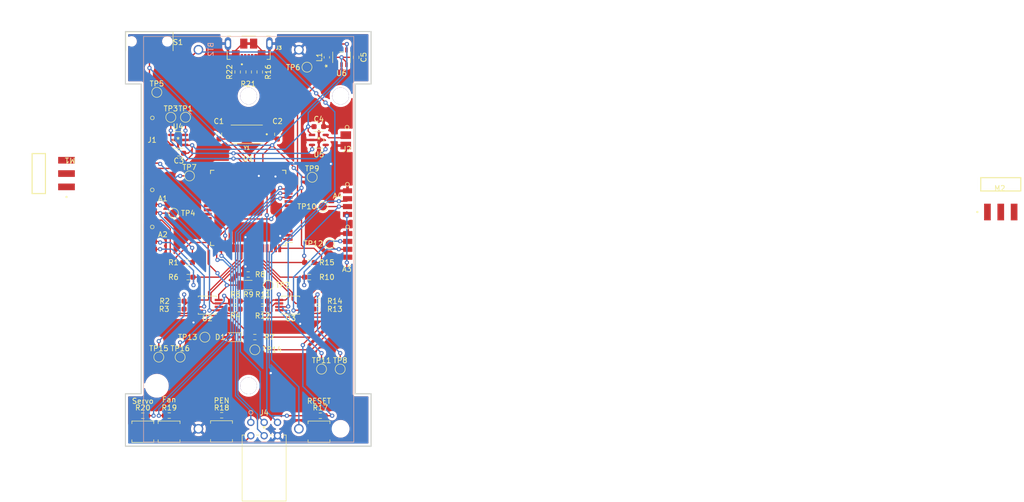
<source format=kicad_pcb>
(kicad_pcb (version 20211014) (generator pcbnew)
  (layers (0 "F.Cu" signal) (31 "B.Cu" signal) (34 "B.Paste" user) (35 "F.Paste" user) (36 "B.SilkS" user "B.Silkscreen") (37 "F.SilkS" user "F.Silkscreen") (38 "B.Mask" user) (39 "F.Mask" user) (44 "Edge.Cuts" user))
  (net 0 "")
  (net 1 "Earth")
  (net 2 "Net-(A1-Pad2)")
  (net 3 "ThermistorA")
  (net 4 "Shifted Ground")
  (net 5 "Net-(A2-Pad2)")
  (net 6 "ThermistorB")
  (net 7 "Net-(A3-Pad2)")
  (net 8 "ThermistorC")
  (net 9 "Net-(A4-Pad2)")
  (net 10 "ThermistorD")
  (net 11 "Net-(BT1-Pad1)")
  (net 12 "Net-(C1-Pad2)")
  (net 13 "Net-(C2-Pad2)")
  (net 14 "+5V")
  (net 15 "VCC")
  (net 16 "Net-(J1-Pad1)")
  (net 17 "Net-(J2-Pad1)")
  (net 18 "VBUS")
  (net 21 "Net-(J3-Pad4)")
  (net 22 "MISO")
  (net 23 "SCK")
  (net 24 "MOSI")
  (net 25 "~{RESET}")
  (net 26 "Net-(L1-Pad2)")
  (net 27 "ServoPWM")
  (net 28 "ThermopileB")
  (net 29 "Net-(R3-Pad1)")
  (net 30 "Net-(R4-Pad1)")
  (net 31 "ThermopileA")
  (net 32 "Thermistor")
  (net 33 "ThermopileD")
  (net 34 "Net-(R12-Pad1)")
  (net 35 "Net-(R13-Pad1)")
  (net 36 "ThermopileC")
  (net 37 "~{PEN}")
  (net 38 "FanActivate")
  (net 39 "ServoActivate")
  (net 40 "Net-(R21-Pad2)")
  (net 41 "SCL")
  (net 42 "SDA")
  (net 43 "MotorEnable")
  (net 51 "ServoPWM1")
  (net 80 "ServoPWM2")
  (footprint "Resistor_SMD:R_0603_1608Metric_Pad0.98x0.95mm_HandSolder" (layer "F.Cu") (at 121.252898 120.904 180)
    (fp_text reference "R4")
    (fp_text value "1k")
  )
  (footprint "TestPoint:TestPoint_Pad_D1.5mm" (layer "F.Cu") (at 141.224 132.334)
    (fp_text reference "TP8")
    (fp_text value "TestPoint")
  )
  (footprint "Resistor_SMD:R_0603_1608Metric_Pad0.98x0.95mm_HandSolder" (layer "F.Cu") (at 126.447198 120.904)
    (fp_text reference "R12")
    (fp_text value "1k")
  )
  (footprint "Resistor_SMD:R_0603_1608Metric_Pad0.98x0.95mm_HandSolder" (layer "F.Cu") (at 124.968 126.238 180)
    (fp_text reference "R7")
    (fp_text value "10k")
  )
  (footprint "Resistor_SMD:R_1206_3216Metric_Pad1.30x1.75mm_HandSolder" (layer "F.Cu") (at 123.75 116.332)
    (fp_text reference "R8")
    (fp_text value "Thermistor")
  )
  (footprint "TestPoint:TestPoint_Pad_D1.5mm" (layer "F.Cu") (at 115.45 126.25)
    (fp_text reference "TP13")
    (fp_text value "TestPoint")
  )
  (footprint "Resistor_SMD:R_0603_1608Metric_Pad0.98x0.95mm_HandSolder" (layer "F.Cu") (at 125.904566 75.692 -90)
    (fp_text reference "R16")
    (fp_text value "0R")
  )
  (footprint "Resistor_SMD:R_0603_1608Metric_Pad0.98x0.95mm_HandSolder" (layer "F.Cu") (at 137.115198 120.904 180)
    (fp_text reference "R13")
    (fp_text value "1k")
  )
  (footprint "TestPoint:TestPoint_Pad_D1.5mm" (layer "F.Cu") (at 137.668 132.334)
    (fp_text reference "TP11")
    (fp_text value "TestPoint")
  )
  (footprint "SFRFootprints:SW_JS102011SAQN" (layer "F.Cu") (at 104.902 69.85 180)
    (fp_text reference "S1")
    (fp_text value "a")
  )
  (footprint "Resistor_SMD:R_0603_1608Metric_Pad0.98x0.95mm_HandSolder" (layer "F.Cu") (at 144.272 72.898 -90)
    (fp_text reference "C5")
    (fp_text value "10uF")
  )
  (footprint "TestPoint:TestPoint_Pad_D1.5mm" (layer "F.Cu") (at 127.508 116.332)
    (fp_text reference "TP2")
    (fp_text value "TestPoint")
  )
  (footprint "Resistor_SMD:R_0603_1608Metric_Pad0.98x0.95mm_HandSolder" (layer "F.Cu") (at 129.2605 87.56584 -90)
    (fp_text reference "C2")
    (fp_text value "1uF")
  )
  (footprint "Resistor_SMD:R_0603_1608Metric_Pad0.98x0.95mm_HandSolder" (layer "F.Cu") (at 126.447198 119.38 180)
    (fp_text reference "R11")
    (fp_text value "1k")
  )
  (footprint "Resistor_SMD:R_0603_1608Metric_Pad0.98x0.95mm_HandSolder" (layer "F.Cu") (at 121.695434 75.692 90)
    (fp_text reference "R22")
    (fp_text value "2k")
  )
  (footprint "Inductor_SMD:L_0603_1608Metric_Pad1.05x0.95mm_HandSolder" (layer "F.Cu") (at 138.684 72.898 90)
    (fp_text reference "L1")
    (fp_text value "4.7uH")
  )
  (footprint "Resistor_SMD:R_0603_1608Metric_Pad0.98x0.95mm_HandSolder" (layer "F.Cu") (at 137.16 86.106)
    (fp_text reference "C4")
    (fp_text value "10uF")
  )
  (footprint "SFRFootprints:Thermopile" (layer "F.Cu") (at 146.994 100.846 -90)
    (fp_text reference "A4")
    (fp_text value "ZTP-148SRC1")
  )
  (footprint "Resistor_SMD:R_0603_1608Metric_Pad0.98x0.95mm_HandSolder" (layer "F.Cu") (at 123.698 114.3 180)
    (fp_text reference "R9")
    (fp_text value "4.7k")
  )
  (footprint "Diode_SMD:D_SOD-323" (layer "F.Cu") (at 120.904 126.238 180)
    (fp_text reference "D1")
    (fp_text value "D_Schottky")
  )
  (footprint "TestPoint:TestPoint_Pad_D1.5mm" (layer "F.Cu") (at 111.76 84.328)
    (fp_text reference "TP1")
    (fp_text value "TestPoint")
  )
  (footprint "SFRFootprints:Thermopile" (layer "F.Cu") (at 109.823 101.923777 -90)
    (fp_text reference "A1")
    (fp_text value "ZTP-148SRC1")
  )
  (footprint "TestPoint:TestPoint_Pad_D1.5mm" (layer "F.Cu") (at 134.9 74.775)
    (fp_text reference "TP6")
    (fp_text value "TestPoint")
  )
  (footprint "SFRFootprints:LTC1695CS5-TRPBF" (layer "F.Cu") (at 110.3503 88.646 180)
    (fp_text reference "U4")
    (fp_text value "LTC1695" hide)
  )
  (footprint "TestPoint:TestPoint_Pad_D1.5mm" (layer "F.Cu") (at 112.522 95.504)
    (fp_text reference "TP7")
    (fp_text value "TestPoint")
  )
  (footprint "SFRFootprints:Fan" (layer "F.Cu") (at 109.948 86.717352 -90)
    (fp_text reference "J1")
    (fp_text value "Fan 1")
  )
  (footprint "SFRFootprints:AD8539ARMZ-REEL" (layer "F.Cu") (at 131.781198 120.142)
    (fp_text reference "U3")
    (fp_text value "RM_8_ADI" hide)
  )
  (footprint "TestPoint:TestPoint_Pad_D1.5mm" (layer "F.Cu") (at 108.966 84.328)
    (fp_text reference "TP3")
    (fp_text value "TestPoint")
  )
  (footprint "SFRFootprints:MOLEX_105164-0001" (layer "F.Cu") (at 123.8 68.834 180)
    (fp_text reference "J3")
    (fp_text value "USB_B_Micro")
    (fp_line (start 1.3 0) (end 1.925 -0.5) (layer "Edge.Cuts") (width 0.01))
    (fp_line (start -3.4 0) (end -2.825 -0.5) (layer "Edge.Cuts") (width 0.01))
    (fp_line (start -1.925 -1.15) (end -1.925 -0.5) (layer "Edge.Cuts") (width 0.01))
    (fp_line (start 2.825 -1.15) (end 2.825 -0.5) (layer "Edge.Cuts") (width 0.01))
    (fp_line (start 1.925 -1.15) (end 1.925 -0.5) (layer "Edge.Cuts") (width 0.01))
    (fp_line (start -4.9 0) (end -3.4 0) (layer "Edge.Cuts") (width 0.01))
    (fp_line (start -1.3 0) (end -1.925 -0.5) (layer "Edge.Cuts") (width 0.01))
    (fp_line (start 0 0) (end 1.3 0) (layer "Edge.Cuts") (width 0.01))
    (fp_line (start 4.9 0) (end 3.4 0) (layer "Edge.Cuts") (width 0.01))
    (fp_line (start 3.4 0) (end 2.825 -0.5) (layer "Edge.Cuts") (width 0.01))
    (fp_line (start -2.825 -1.15) (end -2.825 -0.5) (layer "Edge.Cuts") (width 0.01))
    (fp_line (start 0 0) (end -1.3 0) (layer "Edge.Cuts") (width 0.01))
    (fp_arc (start -2.825 -1.15) (mid -2.375 -1.6) (end -1.925 -1.15) (layer "Edge.Cuts") (width 0.01))
    (fp_arc (start 1.925 -1.15) (mid 2.375 -1.6) (end 2.825 -1.15) (layer "Edge.Cuts") (width 0.01))
  )
  (footprint "SFRFootprints:R-667843" (layer "F.Cu") (at 118.618 144.215)
    (fp_text reference "SW2" hide)
    (fp_text value "PEN")
  )
  (footprint "SFRFootprints:XC9142B50CMR-G" (layer "F.Cu") (at 141.478 72.898 90)
    (fp_text reference "U6")
    (fp_text value "SC_50CMR-G_TOR" hide)
  )
  (footprint "TestPoint:TestPoint_Pad_D1.5mm" (layer "F.Cu") (at 139.192 108.458)
    (fp_text reference "TP12")
    (fp_text value "TestPoint")
  )
  (footprint "TestPoint:TestPoint_Pad_D1.5mm" (layer "F.Cu") (at 106.3 79.575)
    (fp_text reference "TP5")
    (fp_text value "TestPoint")
  )
  (footprint "SFRFootprints:AD8539ARMZ-REEL" (layer "F.Cu") (at 115.918898 120.142)
    (fp_text reference "U2")
    (fp_text value "RM_8_ADI" hide)
  )
  (footprint "Resistor_SMD:R_0603_1608Metric_Pad0.98x0.95mm_HandSolder" (layer "F.Cu") (at 118.1355 87.56584 -90)
    (fp_text reference "C1")
    (fp_text value "1uF")
  )
  (footprint "TestPoint:TestPoint_Pad_D1.5mm" (layer "F.Cu") (at 109.474 102.616)
    (fp_text reference "TP4")
    (fp_text value "TestPoint")
  )
  (footprint "TestPoint:TestPoint_Pad_D1.5mm" (layer "F.Cu") (at 110.744 130.048)
    (fp_text reference "TP16")
    (fp_text value "TestPoint")
  )
  (footprint "Resistor_SMD:R_0603_1608Metric_Pad0.98x0.95mm_HandSolder" (layer "F.Cu") (at 110.584898 119.38 180)
    (fp_text reference "R2")
    (fp_text value "1k")
  )
  (footprint "Resistor_SMD:R_0603_1608Metric_Pad0.98x0.95mm_HandSolder" (layer "F.Cu") (at 137.44225 141.224 180)
    (fp_text reference "R17")
    (fp_text value "10k")
  )
  (footprint "Resistor_SMD:R_0603_1608Metric_Pad0.98x0.95mm_HandSolder" (layer "F.Cu") (at 108.666001 141.196)
    (fp_text reference "R19")
    (fp_text value "10k")
  )
  (footprint "Resistor_SMD:R_0603_1608Metric_Pad0.98x0.95mm_HandSolder" (layer "F.Cu") (at 137.115198 119.38)
    (fp_text reference "R14")
    (fp_text value "1k")
  )
  (footprint "SFRFootprints:XTAL_ECS-160-S-23A-TR" (layer "F.Cu") (at 123.4305 87.56584 180)
    (fp_text reference "Y1")
    (fp_text value "16MHz ")
  )
  (footprint "SFRFootprints:Fan" (layer "F.Cu") (at 147.032 88.486827 -90)
    (fp_text reference "J2")
    (fp_text value "Fan 2")
  )
  (footprint "SFRFootprints:Thermopile" (layer "F.Cu") (at 147.032 108.989475 -90)
    (fp_text reference "A3")
    (fp_text value "ZTP-148SRC1")
  )
  (footprint "SFRFootprints:Servo" (layer "F.Cu") (at 266.8407 98.3809)
    (fp_text reference "M2")
    (fp_text value "Motor_Servo")
  )
  (footprint "SFRFootprints:TSW-103-08-F-D-RA" (layer "F.Cu") (at 126.746 143.764 180)
    (fp_text reference "J4")
    (fp_text value "AVR-ISP-6" hide)
  )
  (footprint "SFRFootprints:Servo" (layer "F.Cu") (at 85.09 95.25 90)
    (fp_text reference "M1")
    (fp_text value "Motor_Servo")
  )
  (footprint "Resistor_SMD:R_0603_1608Metric_Pad0.98x0.95mm_HandSolder" (layer "F.Cu") (at 123.8 75.692 -90)
    (fp_text reference "R21")
    (fp_text value "1k")
  )
  (footprint "SFRFootprints:R-667843" (layer "F.Cu") (at 137.18825 144.272 180)
    (fp_text reference "SW1" hide)
    (fp_text value "RESET")
  )
  (footprint "Resistor_SMD:R_0603_1608Metric_Pad0.98x0.95mm_HandSolder" (layer "F.Cu") (at 135.382 114.808 180)
    (fp_text reference "R10")
    (fp_text value "100k")
  )
  (footprint "Resistor_SMD:R_0603_1608Metric_Pad0.98x0.95mm_HandSolder" (layer "F.Cu") (at 135.382 112.014 180)
    (fp_text reference "R15")
    (fp_text value "100k")
  )
  (footprint "Resistor_SMD:R_0603_1608Metric_Pad0.98x0.95mm_HandSolder" (layer "F.Cu") (at 110.584898 120.904)
    (fp_text reference "R3")
    (fp_text value "1k")
  )
  (footprint "Resistor_SMD:R_0603_1608Metric_Pad0.98x0.95mm_HandSolder" (layer "F.Cu") (at 103.632 141.224 180)
    (fp_text reference "R20")
    (fp_text value "10k")
  )
  (footprint "TestPoint:TestPoint_Pad_D1.5mm" (layer "F.Cu") (at 106.68 130.048)
    (fp_text reference "TP15")
    (fp_text value "TestPoint")
  )
  (footprint "TestPoint:TestPoint_Pad_D1.5mm" (layer "F.Cu") (at 124.975 128.65)
    (fp_text reference "TP14")
    (fp_text value "TestPoint")
  )
  (footprint "Resistor_SMD:R_0603_1608Metric_Pad0.98x0.95mm_HandSolder" (layer "F.Cu") (at 118.65 141.139)
    (fp_text reference "R18")
    (fp_text value "10k")
  )
  (footprint "SFRFootprints:Thermopile" (layer "F.Cu") (at 109.823 108.989475 -90)
    (fp_text reference "A2")
    (fp_text value "ZTP-148SRC1")
  )
  (footprint "Resistor_SMD:R_0603_1608Metric_Pad0.98x0.95mm_HandSolder" (layer "F.Cu") (at 110.49 91.186 180)
    (fp_text reference "C3")
    (fp_text value "10uF")
  )
  (footprint "SFRFootprints:LTC1695CS5-TRPBF" (layer "F.Cu") (at 137.16 88.646)
    (fp_text reference "U5")
    (fp_text value "LTC1695" hide)
  )
  (footprint "Resistor_SMD:R_0603_1608Metric_Pad0.98x0.95mm_HandSolder" (layer "F.Cu") (at 121.252898 119.38)
    (fp_text reference "R5")
    (fp_text value "1k")
  )
  (footprint "Resistor_SMD:R_0603_1608Metric_Pad0.98x0.95mm_HandSolder" (layer "F.Cu") (at 112.268 114.808)
    (fp_text reference "R6")
    (fp_text value "100k")
  )
  (footprint "SFRFootprints:R-667843" (layer "F.Cu") (at 108.640001 144.272)
    (fp_text reference "SW3" hide)
    (fp_text value "Fan")
  )
  (footprint "TestPoint:TestPoint_Pad_D1.5mm" (layer "F.Cu") (at 135.89 95.758)
    (fp_text reference "TP9")
    (fp_text value "TestPoint")
  )
  (footprint "Resistor_SMD:R_0603_1608Metric_Pad0.98x0.95mm_HandSolder" (layer "F.Cu") (at 112.1645 112.014)
    (fp_text reference "R1")
    (fp_text value "100k")
  )
  (footprint "SFRFootprints:R-667843" (layer "F.Cu") (at 103.632 144.272 180)
    (fp_text reference "SW4" hide)
    (fp_text value "Servo")
  )
  (footprint "Package_QFP:TQFP-64_14x14mm_P0.8mm" (layer "F.Cu") (at 123.698 101.6 180)
    (fp_text reference "U1")
    (fp_text value "ATmega64A-A")
  )
  (footprint "TestPoint:TestPoint_Pad_D1.5mm" (layer "F.Cu") (at 137.922 101.346)
    (fp_text reference "TP10")
    (fp_text value "TestPoint")
  )
  (footprint "SFRFootprints:1049P" (layer "B.Cu") (at 114.2297 71.455438 -90)
    (fp_text reference "BT2")
    (fp_text value "18650" hide)
  )
  (gr_line (start 147.1064 137.033876) (end 147.1064 147.033876) (layer "Edge.Cuts") (width 0.2))
  (gr_line (start 100.33 67.978) (end 100.33 77.978) (layer "Edge.Cuts") (width 0.2))
  (gr_line (start 147.1064 67.978) (end 147.1064 77.978) (layer "Edge.Cuts") (width 0.2))
  (gr_line (start 100.33 137.033876) (end 103.33 137.033876) (layer "Edge.Cuts") (width 0.2))
  (gr_line (start 144.1064 137.033876) (end 144.1064 77.978) (layer "Edge.Cuts") (width 0.2))
  (gr_line (start 100.33 137.033876) (end 103.33 137.033876) (layer "Edge.Cuts") (width 0.2))
  (gr_line (start 147.1064 147.033876) (end 100.33 147.033876) (layer "Edge.Cuts") (width 0.2))
  (gr_line (start 144.1064 137.033876) (end 144.1064 77.978) (layer "Edge.Cuts") (width 0.2))
  (gr_line (start 100.33 67.978) (end 147.1064 67.978) (layer "Edge.Cuts") (width 0.2))
  (gr_line (start 103.33 137.033876) (end 103.33 77.978) (layer "Edge.Cuts") (width 0.2))
  (gr_line (start 103.33 137.033876) (end 103.33 77.978) (layer "Edge.Cuts") (width 0.2))
  (gr_line (start 100.33 137.033876) (end 100.33 147.033876) (layer "Edge.Cuts") (width 0.2))
  (gr_line (start 147.1064 137.033876) (end 147.1064 147.033876) (layer "Edge.Cuts") (width 0.2))
  (gr_line (start 103.33 77.978) (end 100.33 77.978) (layer "Edge.Cuts") (width 0.2))
  (gr_line (start 144.1064 77.978) (end 147.1064 77.978) (layer "Edge.Cuts") (width 0.2))
  (gr_line (start 100.33 67.978) (end 100.33 77.978) (layer "Edge.Cuts") (width 0.2))
  (gr_line (start 147.1064 147.033876) (end 100.33 147.033876) (layer "Edge.Cuts") (width 0.2))
  (gr_line (start 147.1064 137.033876) (end 144.1064 137.033876) (layer "Edge.Cuts") (width 0.2))
  (gr_line (start 103.33 77.978) (end 100.33 77.978) (layer "Edge.Cuts") (width 0.2))
  (gr_line (start 144.1064 77.978) (end 147.1064 77.978) (layer "Edge.Cuts") (width 0.2))
  (gr_line (start 100.33 67.978) (end 147.1064 67.978) (layer "Edge.Cuts") (width 0.2))
  (gr_line (start 147.1064 137.033876) (end 144.1064 137.033876) (layer "Edge.Cuts") (width 0.2))
  (gr_line (start 100.33 137.033876) (end 100.33 147.033876) (layer "Edge.Cuts") (width 0.2))
  (gr_line (start 147.1064 67.978) (end 147.1064 77.978) (layer "Edge.Cuts") (width 0.2))
  (segment (start 113.747198 121.116999) (end 115.020999 121.116999) (width 0.25) (layer "F.Cu") (net 1))
  (segment (start 119.5625 141.139) (end 123.762697 141.139) (width 0.25) (layer "F.Cu") (net 1))
  (segment (start 119.85 70.05) (end 119.85 70.8625) (width 0.25) (layer "F.Cu") (net 1))
  (segment (start 120.467999 144.965001) (end 120.467999 143.464999) (width 0.25) (layer "F.Cu") (net 1))
  (segment (start 125.9025 72.71) (end 126.2625 72.35) (width 0.25) (layer "F.Cu") (net 1))
  (segment (start 122.7855 114.3) (end 122.7855 113.1805) (width 0.25) (layer "F.Cu") (net 1))
  (segment (start 131.398 107.6) (end 130.46 107.6) (width 0.25) (layer "F.Cu") (net 1))
  (segment (start 125.698 93.9) (end 125.698 95.472) (width 0.25) (layer "F.Cu") (net 1))
  (segment (start 131.022999 121.116999) (end 131.318 121.412) (width 0.25) (layer "F.Cu") (net 1))
  (segment (start 122.135 107.188) (end 120.898 108.425) (width 0.25) (layer "F.Cu") (net 1))
  (segment (start 130.46 107.6) (end 129.794 106.934) (width 0.25) (layer "F.Cu") (net 1))
  (segment (start 119.842 126.25) (end 119.854 126.238) (width 0.25) (layer "F.Cu") (net 1))
  (segment (start 121.3375 71.575) (end 122.8625 70.05) (width 0.25) (layer "F.Cu") (net 1))
  (segment (start 115.020999 121.116999) (end 115.316 121.412) (width 0.25) (layer "F.Cu") (net 1))
  (segment (start 126.2625 71.575) (end 124.7375 70.05) (width 0.25) (layer "F.Cu") (net 1))
  (segment (start 119.5625 141.139) (end 120.467999 142.044499) (width 0.25) (layer "F.Cu") (net 1))
  (segment (start 128.016 136.885697) (end 128.016 133.096) (width 0.25) (layer "F.Cu") (net 1))
  (segment (start 123.762697 141.139) (end 128.016 136.885697) (width 0.25) (layer "F.Cu") (net 1))
  (segment (start 127.75 70.05) (end 127.75 70.8625) (width 0.25) (layer "F.Cu") (net 1))
  (segment (start 125.698 95.472) (end 125.73 95.504) (width 0.25) (layer "F.Cu") (net 1))
  (segment (start 120.898 108.425) (end 120.898 109.3) (width 0.25) (layer "F.Cu") (net 1))
  (segment (start 115.45 126.25) (end 119.842 126.25) (width 0.25) (layer "F.Cu") (net 1))
  (segment (start 123.19 107.188) (end 122.135 107.188) (width 0.25) (layer "F.Cu") (net 1))
  (segment (start 121.3375 72.35) (end 121.3375 71.575) (width 0.25) (layer "F.Cu") (net 1))
  (segment (start 122.7855 113.1805) (end 123.19 112.776) (width 0.25) (layer "F.Cu") (net 1))
  (segment (start 126.2625 72.35) (end 126.2625 71.575) (width 0.25) (layer "F.Cu") (net 1))
  (segment (start 129.609498 121.116999) (end 131.022999 121.116999) (width 0.25) (layer "F.Cu") (net 1))
  (segment (start 120.467999 143.464999) (end 120.467999 142.044499) (width 0.25) (layer "F.Cu") (net 1))
  (via (at 131.318 121.412) (size 0.8) (drill 0.4) (layers "F.Cu" "B.Cu") (net 1))
  (via (at 128.898 95.624) (size 0.8) (drill 0.4) (layers "F.Cu" "B.Cu") (net 1))
  (via (at 133.604 123.698) (size 0.8) (drill 0.4) (layers "F.Cu" "B.Cu") (net 1))
  (via (at 129.794 106.934) (size 0.8) (drill 0.4) (layers "F.Cu" "B.Cu") (net 1))
  (via (at 113.284 123.444) (size 0.8) (drill 0.4) (layers "F.Cu" "B.Cu") (net 1))
  (via (at 139.446 93.218) (size 0.8) (drill 0.4) (layers "F.Cu" "B.Cu") (net 1))
  (via (at 123.19 107.188) (size 0.8) (drill 0.4) (layers "F.Cu" "B.Cu") (net 1))
  (via (at 115.316 121.412) (size 0.8) (drill 0.4) (layers "F.Cu" "B.Cu") (net 1))
  (via (at 123.19 112.776) (size 0.8) (drill 0.4) (layers "F.Cu" "B.Cu") (net 1))
  (via (at 125.73 95.504) (size 0.8) (drill 0.4) (layers "F.Cu" "B.Cu") (net 1))
  (via (at 128.016 133.096) (size 0.8) (drill 0.4) (layers "F.Cu" "B.Cu") (net 1))
  (segment (start 129.794 106.934) (end 129.794 107.95) (width 0.25) (layer "B.Cu") (net 1))
  (segment (start 128.016 132.334) (end 127.704 132.022) (width 0.25) (layer "B.Cu") (net 1))
  (segment (start 115.316 121.412) (end 113.284 123.444) (width 0.25) (layer "B.Cu") (net 1))
  (segment (start 125.85 95.624) (end 125.73 95.504) (width 0.25) (layer "B.Cu") (net 1))
  (segment (start 139.409 93.255) (end 139.446 93.218) (width 0.25) (layer "B.Cu") (net 1))
  (segment (start 127.979 93.255) (end 139.409 93.255) (width 0.25) (layer "B.Cu") (net 1))
  (segment (start 125.73 95.504) (end 127.979 93.255) (width 0.25) (layer "B.Cu") (net 1))
  (segment (start 127.704 132.022) (end 127.704 110.04) (width 0.25) (layer "B.Cu") (net 1))
  (segment (start 127.704 110.04) (end 129.794 107.95) (width 0.25) (layer "B.Cu") (net 1))
  (segment (start 123.19 112.776) (end 123.19 107.188) (width 0.25) (layer "B.Cu") (net 1))
  (segment (start 128.898 95.624) (end 125.85 95.624) (width 0.25) (layer "B.Cu") (net 1))
  (segment (start 128.016 133.096) (end 128.016 132.334) (width 0.25) (layer "B.Cu") (net 1))
  (segment (start 131.318 121.412) (end 133.604 123.698) (width 0.25) (layer "B.Cu") (net 1))
  (segment (start 116.373001 121.116999) (end 116.332 121.158) (width 0.25) (layer "F.Cu") (net 2))
  (segment (start 118.090598 121.116999) (end 116.373001 121.116999) (width 0.25) (layer "F.Cu") (net 2))
  (segment (start 105.451 100.932302) (end 106.774302 100.932302) (width 0.25) (layer "F.Cu") (net 2))
  (segment (start 106.774302 100.932302) (end 106.934 101.092) (width 0.25) (layer "F.Cu") (net 2))
  (via (at 116.332 121.158) (size 0.8) (drill 0.4) (layers "F.Cu" "B.Cu") (net 2))
  (via (at 106.934 101.092) (size 0.8) (drill 0.4) (layers "F.Cu" "B.Cu") (net 2))
  (segment (start 116.332 121.158) (end 116.332 109.728) (width 0.25) (layer "B.Cu") (net 2))
  (segment (start 106.934 101.092) (end 107.696 101.092) (width 0.25) (layer "B.Cu") (net 2))
  (segment (start 116.332 109.728) (end 107.95 101.346) (width 0.25) (layer "B.Cu") (net 2))
  (segment (start 107.696 101.092) (end 107.95 101.346) (width 0.25) (layer "B.Cu") (net 2))
  (segment (start 113.077 109.267) (end 113.03 109.22) (width 0.25) (layer "F.Cu") (net 3))
  (segment (start 113.077 112.014) (end 113.077 109.267) (width 0.25) (layer "F.Cu") (net 3))
  (segment (start 105.451 102.432302) (end 106.750302 102.432302) (width 0.25) (layer "F.Cu") (net 3))
  (segment (start 106.934 102.616) (end 109.474 102.616) (width 0.25) (layer "F.Cu") (net 3))
  (segment (start 106.750302 102.432302) (end 106.934 102.616) (width 0.25) (layer "F.Cu") (net 3))
  (via (at 106.934 102.616) (size 0.8) (drill 0.4) (layers "F.Cu" "B.Cu") (net 3))
  (via (at 113.03 109.22) (size 0.8) (drill 0.4) (layers "F.Cu" "B.Cu") (net 3))
  (segment (start 113.03 109.22) (end 106.929701 103.119701) (width 0.25) (layer "B.Cu") (net 3))
  (segment (start 106.934 103.115402) (end 106.929701 103.119701) (width 0.25) (layer "B.Cu") (net 3))
  (segment (start 106.934 102.616) (end 106.934 103.115402) (width 0.25) (layer "B.Cu") (net 3))
  (segment (start 122.563 126.238) (end 122.413 126.238) (width 0.25) (layer "F.Cu") (net 4))
  (segment (start 105.451 103.932302) (end 107.234302 103.932302) (width 0.25) (layer "F.Cu") (net 4))
  (segment (start 123.444 124.714) (end 125.73 122.428) (width 0.25) (layer "F.Cu") (net 4))
  (segment (start 122.682 126.238) (end 122.936 125.984) (width 0.25) (layer "F.Cu") (net 4))
  (segment (start 123.698 127.254) (end 125.984 127.254) (width 0.25) (layer "F.Cu") (net 4))
  (segment (start 138.684 119.38) (end 138.027698 119.38) (width 0.25) (layer "F.Cu") (net 4))
  (segment (start 123.19 124.968) (end 120.376 122.154) (width 0.25) (layer "F.Cu") (net 4))
  (segment (start 121.954 126.238) (end 122.413 126.238) (width 0.25) (layer "F.Cu") (net 4))
  (segment (start 108.859898 119.740102) (end 109.22 119.38) (width 0.25) (layer "F.Cu") (net 4))
  (segment (start 109.22 119.38) (end 109.672398 119.38) (width 0.25) (layer "F.Cu") (net 4))
  (segment (start 123.6385 127.3135) (end 122.563 126.238) (width 0.25) (layer "F.Cu") (net 4))
  (segment (start 107.234302 103.932302) (end 108.859898 105.557898) (width 0.25) (layer "F.Cu") (net 4))
  (segment (start 138.684 122.428) (end 138.938 122.174) (width 0.25) (layer "F.Cu") (net 4))
  (segment (start 108.859898 105.557898) (end 108.859898 112.415898) (width 0.25) (layer "F.Cu") (net 4))
  (segment (start 123.444 124.714) (end 123.444 119.888) (width 0.25) (layer "F.Cu") (net 4))
  (segment (start 142.494 112.014) (end 142.494 121.92) (width 0.25) (layer "F.Cu") (net 4))
  (segment (start 123.6385 127.3135) (end 123.698 127.254) (width 0.25) (layer "F.Cu") (net 4))
  (segment (start 108.859898 121.374495) (end 108.859898 119.740102) (width 0.25) (layer "F.Cu") (net 4))
  (segment (start 123.19 124.968) (end 123.444 124.714) (width 0.25) (layer "F.Cu") (net 4))
  (segment (start 122.936 125.222) (end 123.19 124.968) (width 0.25) (layer "F.Cu") (net 4))
  (segment (start 125.73 122.428) (end 138.684 122.428) (width 0.25) (layer "F.Cu") (net 4))
  (segment (start 109.639403 122.154) (end 108.859898 121.374495) (width 0.25) (layer "F.Cu") (net 4))
  (segment (start 142.494 111.164) (end 142.66 110.998) (width 0.25) (layer "F.Cu") (net 4))
  (segment (start 142.494 103.124) (end 142.494 102.346) (width 0.25) (layer "F.Cu") (net 4))
  (segment (start 122.413 126.238) (end 122.682 126.238) (width 0.25) (layer "F.Cu") (net 4))
  (segment (start 122.165398 119.38) (end 123.952 119.38) (width 0.25) (layer "F.Cu") (net 4))
  (segment (start 123.952 119.38) (end 125.534698 119.38) (width 0.25) (layer "F.Cu") (net 4))
  (segment (start 107.442 110.998) (end 108.859898 112.415898) (width 0.25) (layer "F.Cu") (net 4))
  (segment (start 142.494 121.92) (end 135.764 128.65) (width 0.25) (layer "F.Cu") (net 4))
  (segment (start 138.938 119.634) (end 138.684 119.38) (width 0.25) (layer "F.Cu") (net 4))
  (segment (start 120.376 122.154) (end 109.639403 122.154) (width 0.25) (layer "F.Cu") (net 4))
  (segment (start 105.451 110.998) (end 107.442 110.998) (width 0.25) (layer "F.Cu") (net 4))
  (segment (start 108.859898 112.415898) (end 108.859898 119.740102) (width 0.25) (layer "F.Cu") (net 4))
  (segment (start 122.936 125.984) (end 122.936 125.222) (width 0.25) (layer "F.Cu") (net 4))
  (segment (start 122.682 126.238) (end 124.0555 126.238) (width 0.25) (layer "F.Cu") (net 4))
  (segment (start 142.494 112.014) (end 142.494 111.164) (width 0.25) (layer "F.Cu") (net 4))
  (segment (start 123.444 119.888) (end 123.952 119.38) (width 0.25) (layer "F.Cu") (net 4))
  (segment (start 125.984 127.254) (end 127.38 128.65) (width 0.25) (layer "F.Cu") (net 4))
  (segment (start 138.938 122.174) (end 138.938 119.634) (width 0.25) (layer "F.Cu") (net 4))
  (segment (start 135.764 128.65) (end 127.38 128.65) (width 0.25) (layer "F.Cu") (net 4))
  (segment (start 124.975 128.65) (end 123.6385 127.3135) (width 0.25) (layer "F.Cu") (net 4))
  (via (at 142.494 103.124) (size 0.8) (drill 0.4) (layers "F.Cu" "B.Cu") (net 4))
  (via (at 142.494 112.014) (size 0.8) (drill 0.4) (layers "F.Cu" "B.Cu") (net 4))
  (segment (start 142.494 107.442) (end 142.494 112.014) (width 0.25) (layer "B.Cu") (net 4))
  (segment (start 142.494 107.442) (end 142.494 103.124) (width 0.25) (layer "B.Cu") (net 4))
  (segment (start 115.244999 120.467001) (end 115.316 120.396) (width 0.25) (layer "F.Cu") (net 5))
  (segment (start 113.747198 120.467001) (end 115.244999 120.467001) (width 0.25) (layer "F.Cu") (net 5))
  (segment (start 105.451 107.998) (end 106.728 107.998) (width 0.25) (layer "F.Cu") (net 5))
  (segment (start 106.728 107.998) (end 106.934 108.204) (width 0.25) (layer "F.Cu") (net 5))
  (via (at 115.316 120.396) (size 0.8) (drill 0.4) (layers "F.Cu" "B.Cu") (net 5))
  (via (at 106.934 108.204) (size 0.8) (drill 0.4) (layers "F.Cu" "B.Cu") (net 5))
  (segment (start 106.934 108.204) (end 108.966 108.204) (width 0.25) (layer "B.Cu") (net 5))
  (segment (start 115.316 120.396) (end 115.316 114.554) (width 0.25) (layer "B.Cu") (net 5))
  (segment (start 115.316 114.554) (end 108.966 108.204) (width 0.25) (layer "B.Cu") (net 5))
  (segment (start 106.91 109.498) (end 106.934 109.474) (width 0.25) (layer "F.Cu") (net 6))
  (segment (start 113.1805 114.808) (end 118.317208 114.808) (width 0.25) (layer "F.Cu") (net 6))
  (segment (start 118.317208 114.808) (end 121.698 111.427208) (width 0.25) (layer "F.Cu") (net 6))
  (segment (start 113.284 114.9115) (end 113.1805 114.808) (width 0.25) (layer "F.Cu") (net 6))
  (segment (start 105.451 109.498) (end 106.91 109.498) (width 0.25) (layer "F.Cu") (net 6))
  (segment (start 121.698 111.427208) (end 121.698 109.3) (width 0.25) (layer "F.Cu") (net 6))
  (segment (start 113.284 116.332) (end 113.284 114.9115) (width 0.25) (layer "F.Cu") (net 6))
  (via (at 106.934 109.474) (size 0.8) (drill 0.4) (layers "F.Cu" "B.Cu") (net 6))
  (via (at 113.284 116.332) (size 0.8) (drill 0.4) (layers "F.Cu" "B.Cu") (net 6))
  (segment (start 106.934 109.474) (end 109.211402 109.474) (width 0.25) (layer "B.Cu") (net 6))
  (segment (start 113.284 113.546598) (end 113.284 116.332) (width 0.25) (layer "B.Cu") (net 6))
  (segment (start 109.342701 109.605299) (end 113.284 113.546598) (width 0.25) (layer "B.Cu") (net 6))
  (segment (start 109.211402 109.474) (end 109.342701 109.605299) (width 0.25) (layer "B.Cu") (net 6))
  (segment (start 141.272 107.998) (end 141.224 107.95) (width 0.25) (layer "F.Cu") (net 7))
  (segment (start 133.952898 121.116999) (end 132.375001 121.116999) (width 0.25) (layer "F.Cu") (net 7))
  (segment (start 132.375001 121.116999) (end 132.334 121.158) (width 0.25) (layer "F.Cu") (net 7))
  (segment (start 142.66 107.998) (end 141.272 107.998) (width 0.25) (layer "F.Cu") (net 7))
  (via (at 132.334 121.158) (size 0.8) (drill 0.4) (layers "F.Cu" "B.Cu") (net 7))
  (via (at 141.224 107.95) (size 0.8) (drill 0.4) (layers "F.Cu" "B.Cu") (net 7))
  (segment (start 141.224 107.95) (end 139.192 107.95) (width 0.25) (layer "B.Cu") (net 7))
  (segment (start 132.334 114.808) (end 139.192 107.95) (width 0.25) (layer "B.Cu") (net 7))
  (segment (start 132.334 121.158) (end 132.334 114.808) (width 0.25) (layer "B.Cu") (net 7))
  (segment (start 129.796792 114.808) (end 126.493396 111.504604) (width 0.25) (layer "F.Cu") (net 8))
  (segment (start 142.66 109.498) (end 140.994 109.498) (width 0.25) (layer "F.Cu") (net 8))
  (segment (start 140.208 109.474) (end 140.97 109.474) (width 0.25) (layer "F.Cu") (net 8))
  (segment (start 134.366 116.332) (end 134.366 114.9115) (width 0.25) (layer "F.Cu") (net 8))
  (segment (start 134.4695 114.808) (end 129.796792 114.808) (width 0.25) (layer "F.Cu") (net 8))
  (segment (start 126.493396 111.504604) (end 126.498 111.5) (width 0.25) (layer "F.Cu") (net 8))
  (segment (start 139.192 108.458) (end 140.208 109.474) (width 0.25) (layer "F.Cu") (net 8))
  (segment (start 134.366 114.9115) (end 134.4695 114.808) (width 0.25) (layer "F.Cu") (net 8))
  (segment (start 126.498 111.5) (end 126.498 109.3) (width 0.25) (layer "F.Cu") (net 8))
  (segment (start 140.994 109.498) (end 140.97 109.474) (width 0.25) (layer "F.Cu") (net 8))
  (via (at 140.97 109.474) (size 0.8) (drill 0.4) (layers "F.Cu" "B.Cu") (net 8))
  (via (at 134.366 116.332) (size 0.8) (drill 0.4) (layers "F.Cu" "B.Cu") (net 8))
  (segment (start 134.366 113.800598) (end 134.366 116.332) (width 0.25) (layer "B.Cu") (net 8))
  (segment (start 140.97 109.474) (end 138.692598 109.474) (width 0.25) (layer "B.Cu") (net 8))
  (segment (start 138.692598 109.474) (end 138.688299 109.478299) (width 0.25) (layer "B.Cu") (net 8))
  (segment (start 138.688299 109.478299) (end 134.366 113.800598) (width 0.25) (layer "B.Cu") (net 8))
  (segment (start 140.97 100.33) (end 142.478 100.33) (width 0.25) (layer "F.Cu") (net 9))
  (segment (start 129.609498 120.467001) (end 131.246999 120.467001) (width 0.25) (layer "F.Cu") (net 9))
  (segment (start 131.246999 120.467001) (end 131.318 120.396) (width 0.25) (layer "F.Cu") (net 9))
  (segment (start 142.478 100.33) (end 142.494 100.346) (width 0.25) (layer "F.Cu") (net 9))
  (via (at 140.97 100.33) (size 0.8) (drill 0.4) (layers "F.Cu" "B.Cu") (net 9))
  (via (at 131.318 120.396) (size 0.8) (drill 0.4) (layers "F.Cu" "B.Cu") (net 9))
  (segment (start 131.318 120.396) (end 131.318 115.316) (width 0.25) (layer "B.Cu") (net 9))
  (segment (start 138.938 100.33) (end 140.97 100.33) (width 0.25) (layer "B.Cu") (net 9))
  (segment (start 131.318 115.316) (end 131.318 107.95) (width 0.25) (layer "B.Cu") (net 9))
  (segment (start 131.318 107.95) (end 138.684 100.584) (width 0.25) (layer "B.Cu") (net 9))
  (segment (start 138.684 100.584) (end 138.938 100.33) (width 0.25) (layer "B.Cu") (net 9))
  (segment (start 137.922 101.346) (end 140.97 101.346) (width 0.25) (layer "F.Cu") (net 10))
  (segment (start 127.298 111.672812) (end 127.298 109.3) (width 0.25) (layer "F.Cu") (net 10))
  (segment (start 127.639188 112.014) (end 127.298 111.672812) (width 0.25) (layer "F.Cu") (net 10))
  (segment (start 134.4695 112.014) (end 127.639188 112.014) (width 0.25) (layer "F.Cu") (net 10))
  (segment (start 134.366 111.9105) (end 134.4695 112.014) (width 0.25) (layer "F.Cu") (net 10))
  (segment (start 142.494 101.346) (end 140.97 101.346) (width 0.25) (layer "F.Cu") (net 10))
  (segment (start 134.366 110.744) (end 134.366 111.9105) (width 0.25) (layer "F.Cu") (net 10))
  (via (at 140.97 101.346) (size 0.8) (drill 0.4) (layers "F.Cu" "B.Cu") (net 10))
  (via (at 134.366 110.744) (size 0.8) (drill 0.4) (layers "F.Cu" "B.Cu") (net 10))
  (segment (start 134.366 107.95) (end 134.366 110.744) (width 0.25) (layer "B.Cu") (net 10))
  (segment (start 140.97 101.346) (end 134.366 107.95) (width 0.25) (layer "B.Cu") (net 10))
  (segment (start 108.363 71.025) (end 103.977 71.025) (width 0.25) (layer "F.Cu") (net 11))
  (segment (start 113.295138 72.39) (end 114.2297 71.455438) (width 0.25) (layer "F.Cu") (net 11))
  (segment (start 103.977 71.025) (end 102.402 72.6) (width 0.25) (layer "F.Cu") (net 11))
  (segment (start 138.43 81.534) (end 136.652 79.756) (width 0.25) (layer "F.Cu") (net 11))
  (segment (start 109.728 72.39) (end 108.363 71.025) (width 0.25) (layer "F.Cu") (net 11))
  (segment (start 113.295138 72.39) (end 109.728 72.39) (width 0.25) (layer "F.Cu") (net 11))
  (via (at 138.43 81.534) (size 0.8) (drill 0.4) (layers "F.Cu" "B.Cu") (net 11))
  (via (at 136.652 79.756) (size 0.8) (drill 0.4) (layers "F.Cu" "B.Cu") (net 11))
  (segment (start 114.656262 71.882) (end 114.2297 71.455438) (width 0.25) (layer "B.Cu") (net 11))
  (segment (start 140.208 83.82) (end 140.208 83.312) (width 0.25) (layer "B.Cu") (net 11))
  (segment (start 131.888802 106.742802) (end 140.208 98.423604) (width 0.25) (layer "B.Cu") (net 11))
  (segment (start 128.778 71.882) (end 114.656262 71.882) (width 0.25) (layer "B.Cu") (net 11))
  (segment (start 133.3559 135.7579) (end 133.3559 143.718438) (width 0.25) (layer "B.Cu") (net 11))
  (segment (start 140.208 98.423604) (end 140.208 83.82) (width 0.25) (layer "B.Cu") (net 11))
  (segment (start 128.154 110.477604) (end 128.154 130.556) (width 0.25) (layer "B.Cu") (net 11))
  (segment (start 128.154 130.556) (end 133.3559 135.7579) (width 0.25) (layer "B.Cu") (net 11))
  (segment (start 131.888802 106.742802) (end 128.154 110.477604) (width 0.25) (layer "B.Cu") (net 11))
  (segment (start 136.652 79.756) (end 128.778 71.882) (width 0.25) (layer "B.Cu") (net 11))
  (segment (start 140.208 83.312) (end 138.43 81.534) (width 0.25) (layer "B.Cu") (net 11))
  (segment (start 119.67634 88.47834) (end 120.268 88.47834) (width 0.25) (layer "F.Cu") (net 12))
  (segment (start 119.67634 88.47834) (end 118.1355 88.47834) (width 0.25) (layer "F.Cu") (net 12))
  (segment (start 124.098 93.9) (end 124.098 92.856) (width 0.25) (layer "F.Cu") (net 12))
  (segment (start 124.098 92.856) (end 119.72034 88.47834) (width 0.25) (layer "F.Cu") (net 12))
  (segment (start 120.268 88.47834) (end 121.1805 87.56584) (width 0.25) (layer "F.Cu") (net 12))
  (segment (start 119.72034 88.47834) (end 119.67634 88.47834) (width 0.25) (layer "F.Cu") (net 12))
  (segment (start 125.6805 87.5805) (end 126.57834 88.47834) (width 0.25) (layer "F.Cu") (net 13))
  (segment (start 126.57834 88.47834) (end 127.92966 88.47834) (width 0.25) (layer "F.Cu") (net 13))
  (segment (start 127.92966 88.47834) (end 124.898 91.51) (width 0.25) (layer "F.Cu") (net 13))
  (segment (start 125.6805 87.56584) (end 125.6805 87.5805) (width 0.25) (layer "F.Cu") (net 13))
  (segment (start 127.92966 88.47834) (end 129.2605 88.47834) (width 0.25) (layer "F.Cu") (net 13))
  (segment (start 124.898 91.51) (end 124.898 93.9) (width 0.25) (layer "F.Cu") (net 13))
  (segment (start 113.03 90.424) (end 113.03 89.662) (width 0.25) (layer "F.Cu") (net 14))
  (segment (start 137.592 70.358) (end 134.9 73.05) (width 0.25) (layer "F.Cu") (net 14))
  (segment (start 105.323 94.070827) (end 110.399173 94.070827) (width 0.25) (layer "F.Cu") (net 14))
  (segment (start 113.03 89.662) (end 111.726299 89.662) (width 0.25) (layer "F.Cu") (net 14))
  (segment (start 112.268 91.186) (end 113.03 90.424) (width 0.25) (layer "F.Cu") (net 14))
  (segment (start 110.399173 94.070827) (end 113.03 91.44) (width 0.25) (layer "F.Cu") (net 14))
  (segment (start 135.128 86.973999) (end 135.85 87.695999) (width 0.25) (layer "F.Cu") (net 14))
  (segment (start 113.03 91.44) (end 113.03 90.424) (width 0.25) (layer "F.Cu") (net 14))
  (segment (start 111.726299 89.662) (end 111.6603 89.596001) (width 0.25) (layer "F.Cu") (net 14))
  (segment (start 134.9 73.05) (end 134.9 74.775) (width 0.25) (layer "F.Cu") (net 14))
  (segment (start 142.42796 70.42404) (end 142.494 70.358) (width 0.25) (layer "F.Cu") (net 14))
  (segment (start 142.494 70.358) (end 137.592 70.358) (width 0.25) (layer "F.Cu") (net 14))
  (segment (start 142.42796 71.501) (end 142.42796 70.42404) (width 0.25) (layer "F.Cu") (net 14))
  (segment (start 135.128 86.106) (end 135.128 86.973999) (width 0.25) (layer "F.Cu") (net 14))
  (segment (start 135.128 86.106) (end 136.2475 86.106) (width 0.25) (layer "F.Cu") (net 14))
  (segment (start 111.4025 91.186) (end 112.268 91.186) (width 0.25) (layer "F.Cu") (net 14))
  (via (at 135.128 86.106) (size 0.8) (drill 0.4) (layers "F.Cu" "B.Cu") (net 14))
  (via (at 142.494 70.358) (size 0.8) (drill 0.4) (layers "F.Cu" "B.Cu") (net 14))
  (via (at 113.03 89.662) (size 0.8) (drill 0.4) (layers "F.Cu" "B.Cu") (net 14))
  (segment (start 120.142 90.424) (end 113.792 90.424) (width 0.25) (layer "B.Cu") (net 14))
  (segment (start 130.81 90.424) (end 120.142 90.424) (width 0.25) (layer "B.Cu") (net 14))
  (segment (start 135.128 83.440396) (end 135.128 86.106) (width 0.25) (layer "B.Cu") (net 14))
  (segment (start 141.664396 76.904) (end 135.128 83.440396) (width 0.25) (layer "B.Cu") (net 14))
  (segment (start 113.792 90.424) (end 113.03 89.662) (width 0.25) (layer "B.Cu") (net 14))
  (segment (start 142.494 70.358) (end 142.494 76.074396) (width 0.25) (layer "B.Cu") (net 14))
  (segment (start 142.494 76.074396) (end 141.664396 76.904) (width 0.25) (layer "B.Cu") (net 14))
  (segment (start 135.128 86.106) (end 130.81 90.424) (width 0.25) (layer "B.Cu") (net 14))
  (segment (start 117.7375 144.6615) (end 119.38 146.304) (width 0.25) (layer "F.Cu") (net 15))
  (segment (start 143.3595 72.898) (end 144.272 71.9855) (width 0.25) (layer "F.Cu") (net 15))
  (segment (start 121.92 146.304) (end 119.582 146.304) (width 0.25) (layer "F.Cu") (net 15))
  (segment (start 138.35475 141.224) (end 138.35475 145.9465) (width 0.25) (layer "F.Cu") (net 15))
  (segment (start 123.528 103.714) (end 128.098 103.714) (width 0.25) (layer "F.Cu") (net 15))
  (segment (start 105.918 146.304) (end 105.481999 145.867999) (width 0.25) (layer "F.Cu") (net 15))
  (segment (start 133.858 108.712) (end 134.446 109.3) (width 0.25) (layer "F.Cu") (net 15))
  (segment (start 105.481999 145.867999) (end 105.481999 145.022001) (width 0.25) (layer "F.Cu") (net 15))
  (segment (start 120.089048 107.135048) (end 120.089048 105.103048) (width 0.25) (layer "F.Cu") (net 15))
  (segment (start 137.16 112.014) (end 137.668 111.506) (width 0.25) (layer "F.Cu") (net 15))
  (segment (start 142.42796 73.84796) (end 142.42796 74.295) (width 0.25) (layer "F.Cu") (net 15))
  (segment (start 136.224 109.3) (end 134.446 109.3) (width 0.25) (layer "F.Cu") (net 15))
  (segment (start 137.541 110.617) (end 136.224 109.3) (width 0.25) (layer "F.Cu") (net 15))
  (segment (start 120.098 107.144) (end 120.098 109.3) (width 0.25) (layer "F.Cu") (net 15))
  (segment (start 109.982 111.506) (end 109.982 110.998) (width 0.25) (layer "F.Cu") (net 15))
  (segment (start 137.668 114.554) (end 137.668 116.078) (width 0.25) (layer "F.Cu") (net 15))
  (segment (start 126.498 91.434) (end 127.508 90.424) (width 0.25) (layer "F.Cu") (net 15))
  (segment (start 139.7 141.224) (end 138.35475 141.224) (width 0.25) (layer "F.Cu") (net 15))
  (segment (start 110.49 112.014) (end 109.982 111.506) (width 0.25) (layer "F.Cu") (net 15))
  (segment (start 106.790002 145.022001) (end 106.790002 145.906002) (width 0.25) (layer "F.Cu") (net 15))
  (segment (start 120.098 107.144) (end 120.089048 107.135048) (width 0.25) (layer "F.Cu") (net 15))
  (segment (start 141.478 72.898) (end 142.42796 73.84796) (width 0.25) (layer "F.Cu") (net 15))
  (segment (start 110.236 114.808) (end 109.982 114.554) (width 0.25) (layer "F.Cu") (net 15))
  (segment (start 128.27 89.662) (end 132.3715 93.7635) (width 0.25) (layer "F.Cu") (net 15))
  (segment (start 139.446 122.302396) (end 139.446 119.38) (width 0.25) (layer "F.Cu") (net 15))
  (segment (start 122.936 146.304) (end 121.92 146.304) (width 0.25) (layer "F.Cu") (net 15))
  (segment (start 106.790002 145.906002) (end 107.188 146.304) (width 0.25) (layer "F.Cu") (net 15))
  (segment (start 135.510396 126.238) (end 139.446 122.302396) (width 0.25) (layer "F.Cu") (net 15))
  (segment (start 111.3555 114.808) (end 110.236 114.808) (width 0.25) (layer "F.Cu") (net 15))
  (segment (start 125.8805 126.238) (end 128.778 126.238) (width 0.25) (layer "F.Cu") (net 15))
  (segment (start 119.38 146.304) (end 119.582 146.304) (width 0.25) (layer "F.Cu") (net 15))
  (segment (start 137.668 110.744) (end 137.541 110.617) (width 0.25) (layer "F.Cu") (net 15))
  (segment (start 128.778 126.238) (end 135.510396 126.238) (width 0.25) (layer "F.Cu") (net 15))
  (segment (start 104.902 74.93) (end 104.902 72.6) (width 0.25) (layer "F.Cu") (net 15))
  (segment (start 108.458 146.304) (end 119.38 146.304) (width 0.25) (layer "F.Cu") (net 15))
  (segment (start 133.952898 119.167001) (end 134.578999 119.167001) (width 0.25) (layer "F.Cu") (net 15))
  (segment (start 109.982 110.998) (end 112.776 108.204) (width 0.25) (layer "F.Cu") (net 15))
  (segment (start 119.888 116.332) (end 122.2 116.332) (width 0.25) (layer "F.Cu") (net 15))
  (segment (start 138.684 73.773) (end 139.559 72.898) (width 0.25) (layer "F.Cu") (net 15))
  (segment (start 137.668 114.554) (end 137.668 111.506) (width 0.25) (layer "F.Cu") (net 15))
  (segment (start 141.478 72.898) (end 143.3595 72.898) (width 0.25) (layer "F.Cu") (net 15))
  (segment (start 133.858 97.79) (end 133.858 108.712) (width 0.25) (layer "F.Cu") (net 15))
  (segment (start 134.446 109.3) (end 129.698 109.3) (width 0.25) (layer "F.Cu") (net 15))
  (segment (start 132.3715 93.7635) (end 132.3715 93.98) (width 0.25) (layer "F.Cu") (net 15))
  (segment (start 141.478 72.898) (end 139.559 72.898) (width 0.25) (layer "F.Cu") (net 15))
  (segment (start 108.458 146.304) (end 107.188 146.304) (width 0.25) (layer "F.Cu") (net 15))
  (segment (start 124.206 145.034) (end 122.936 146.304) (width 0.25) (layer "F.Cu") (net 15))
  (segment (start 123.528 103.714) (end 121.478096 103.714) (width 0.25) (layer "F.Cu") (net 15))
  (segment (start 136.2945 112.014) (end 137.16 112.014) (width 0.25) (layer "F.Cu") (net 15))
  (segment (start 135.510396 126.238) (end 134.112 127.636396) (width 0.25) (layer "F.Cu") (net 15))
  (segment (start 137.414 114.808) (end 137.668 114.554) (width 0.25) (layer "F.Cu") (net 15))
  (segment (start 109.982 114.554) (end 109.982 111.506) (width 0.25) (layer "F.Cu") (net 15))
  (segment (start 136.2945 114.808) (end 137.414 114.808) (width 0.25) (layer "F.Cu") (net 15))
  (segment (start 134.112 127.636396) (end 134.112 127.762) (width 0.25) (layer "F.Cu") (net 15))
  (segment (start 137.99725 146.304) (end 121.92 146.304) (width 0.25) (layer "F.Cu") (net 15))
  (segment (start 118.090598 118.129402) (end 119.888 116.332) (width 0.25) (layer "F.Cu") (net 15))
  (segment (start 106.790002 143.521999) (end 106.790002 145.022001) (width 0.25) (layer "F.Cu") (net 15))
  (segment (start 107.188 146.304) (end 105.918 146.304) (width 0.25) (layer "F.Cu") (net 15))
  (segment (start 118.090598 119.167001) (end 118.090598 118.129402) (width 0.25) (layer "F.Cu") (net 15))
  (segment (start 138.35475 145.9465) (end 137.99725 146.304) (width 0.25) (layer "F.Cu") (net 15))
  (segment (start 137.668 117.602) (end 139.446 119.38) (width 0.25) (layer "F.Cu") (net 15))
  (segment (start 116.078 112.268) (end 116.078 108.712) (width 0.25) (layer "F.Cu") (net 15))
  (segment (start 137.668 111.506) (end 137.668 110.744) (width 0.25) (layer "F.Cu") (net 15))
  (segment (start 120.089048 105.103048) (end 117.094 108.098096) (width 0.25) (layer "F.Cu") (net 15))
  (segment (start 106.3 79.575) (end 104.902 78.177) (width 0.25) (layer "F.Cu") (net 15))
  (segment (start 104.902 78.177) (end 104.902 74.93) (width 0.25) (layer "F.Cu") (net 15))
  (segment (start 111.252 112.014) (end 110.49 112.014) (width 0.25) (layer "F.Cu") (net 15))
  (segment (start 105.481999 145.022001) (end 105.481999 143.521999) (width 0.25) (layer "F.Cu") (net 15))
  (segment (start 126.498 93.9) (end 126.498 91.434) (width 0.25) (layer "F.Cu") (net 15))
  (segment (start 127.508 90.424) (end 128.27 89.662) (width 0.25) (layer "F.Cu") (net 15))
  (segment (start 137.668 116.078) (end 137.668 117.602) (width 0.25) (layer "F.Cu") (net 15))
  (segment (start 116.586 108.204) (end 117.094 108.204) (width 0.25) (layer "F.Cu") (net 15))
  (segment (start 117.856 114.046) (end 116.078 112.268) (width 0.25) (layer "F.Cu") (net 15))
  (segment (start 116.078 108.712) (end 116.586 108.204) (width 0.25) (layer "F.Cu") (net 15))
  (segment (start 134.578999 119.167001) (end 137.668 116.078) (width 0.25) (layer "F.Cu") (net 15))
  (segment (start 117.7375 141.139) (end 117.7375 144.6615) (width 0.25) (layer "F.Cu") (net 15))
  (segment (start 121.478096 103.714) (end 120.089048 105.103048) (width 0.25) (layer "F.Cu") (net 15))
  (segment (start 112.776 108.204) (end 116.586 108.204) (width 0.25) (layer "F.Cu") (net 15))
  (segment (start 117.094 108.098096) (end 117.094 108.204) (width 0.25) (layer "F.Cu") (net 15))
  (via (at 132.3715 93.98) (size 0.8) (drill 0.4) (layers "F.Cu" "B.Cu") (net 15))
  (via (at 117.856 114.046) (size 0.8) (drill 0.4) (layers "F.Cu" "B.Cu") (net 15))
  (via (at 104.902 74.93) (size 0.8) (drill 0.4) (layers "F.Cu" "B.Cu") (net 15))
  (via (at 141.478 72.898) (size 0.8) (drill 0.4) (layers "F.Cu" "B.Cu") (net 15))
  (via (at 133.858 97.79) (size 0.8) (drill 0.4) (layers "F.Cu" "B.Cu") (net 15))
  (via (at 134.112 127.762) (size 0.8) (drill 0.4) (layers "F.Cu" "B.Cu") (net 15))
  (via (at 128.27 89.662) (size 0.8) (drill 0.4) (layers "F.Cu" "B.Cu") (net 15))
  (via (at 119.634 116.332) (size 0.8) (drill 0.4) (layers "F.Cu" "B.Cu") (net 15))
  (via (at 128.098 103.714) (size 0.8) (drill 0.4) (layers "F.Cu" "B.Cu") (net 15))
  (via (at 139.7 141.224) (size 0.8) (drill 0.4) (layers "F.Cu" "B.Cu") (net 15))
  (segment (start 133.858 95.4665) (end 133.858 97.79) (width 0.25) (layer "B.Cu") (net 15))
  (segment (start 134.112 135.636) (end 139.7 141.224) (width 0.25) (layer "B.Cu") (net 15))
  (segment (start 133.858 97.79) (end 128.016 103.632) (width 0.25) (layer "B.Cu") (net 15))
  (segment (start 119.888 116.332) (end 117.856 114.3) (width 0.25) (layer "B.Cu") (net 15))
  (segment (start 128.27 89.662) (end 141.478 76.454) (width 0.25) (layer "B.Cu") (net 15))
  (segment (start 141.478 76.454) (end 141.478 72.898) (width 0.25) (layer "B.Cu") (net 15))
  (segment (start 132.3715 93.98) (end 133.858 95.4665) (width 0.25) (layer "B.Cu") (net 15))
  (segment (start 134.112 127.762) (end 134.112 135.636) (width 0.25) (layer "B.Cu") (net 15))
  (segment (start 119.634 89.662) (end 104.902 74.93) (width 0.25) (layer "B.Cu") (net 15))
  (segment (start 117.856 114.3) (end 117.856 114.046) (width 0.25) (layer "B.Cu") (net 15))
  (segment (start 128.27 89.662) (end 119.634 89.662) (width 0.25) (layer "B.Cu") (net 15))
  (segment (start 105.448 88.236827) (end 107.681126 88.236827) (width 0.25) (layer "F.Cu") (net 16))
  (segment (start 107.681126 88.236827) (end 109.0403 89.596001) (width 0.25) (layer "F.Cu") (net 16))
  (segment (start 142.532 88.236827) (end 139.010828 88.236827) (width 0.25) (layer "F.Cu") (net 17))
  (segment (start 139.010828 88.236827) (end 138.47 87.695999) (width 0.25) (layer "F.Cu") (net 17))
  (segment (start 123.2935 74.7795) (end 122.428 73.914) (width 0.25) (layer "F.Cu") (net 18))
  (segment (start 123.8 74.7795) (end 123.2935 74.7795) (width 0.25) (layer "F.Cu") (net 18))
  (segment (start 122.428 73.016) (end 122.5 72.944) (width 0.25) (layer "F.Cu") (net 18))
  (segment (start 122.428 73.914) (end 122.428 73.016) (width 0.25) (layer "F.Cu") (net 18))
  (segment (start 124.45 72.71) (end 124.45 73.859) (width 0.25) (layer "F.Cu") (net 21))
  (segment (start 124.45 73.859) (end 125.3705 74.7795) (width 0.25) (layer "F.Cu") (net 21))
  (segment (start 125.3705 74.7795) (end 125.904566 74.7795) (width 0.25) (layer "F.Cu") (net 21))
  (segment (start 131.398 98) (end 130.004 98) (width 0.25) (layer "F.Cu") (net 22))
  (segment (start 130.004 98) (end 129.794 97.79) (width 0.25) (layer "F.Cu") (net 22))
  (via (at 129.794 97.79) (size 0.8) (drill 0.4) (layers "F.Cu" "B.Cu") (net 22))
  (segment (start 124.206 140.462) (end 124.206 142.494) (width 0.25) (layer "B.Cu") (net 22))
  (segment (start 124.268802 140.399198) (end 124.206 140.462) (width 0.25) (layer "B.Cu") (net 22))
  (segment (start 129.794 97.79) (end 129.784695 97.79) (width 0.25) (layer "B.Cu") (net 22))
  (segment (start 129.784695 97.79) (end 121.3 106.274695) (width 0.25) (layer "B.Cu") (net 22))
  (segment (start 121.3 137.430396) (end 124.268802 140.399198) (width 0.25) (layer "B.Cu") (net 22))
  (segment (start 121.3 106.274695) (end 121.3 137.018) (width 0.25) (layer "B.Cu") (net 22))
  (segment (start 121.3 137.018) (end 121.3 137.430396) (width 0.25) (layer "B.Cu") (net 22))
  (segment (start 131.398 99.6) (end 129.999503 99.6) (width 0.25) (layer "F.Cu") (net 23))
  (segment (start 129.999503 99.6) (end 129.794 99.805503) (width 0.25) (layer "F.Cu") (net 23))
  (via (at 129.794 99.805503) (size 0.8) (drill 0.4) (layers "F.Cu" "B.Cu") (net 23))
  (segment (start 126.746 142.494) (end 125.984 141.732) (width 0.25) (layer "B.Cu") (net 23))
  (segment (start 122.2 129.006) (end 122.2 106.647487) (width 0.25) (layer "B.Cu") (net 23))
  (segment (start 125.984 141.732) (end 125.984 132.79) (width 0.25) (layer "B.Cu") (net 23))
  (segment (start 122.2 106.647487) (end 129.041984 99.805503) (width 0.25) (layer "B.Cu") (net 23))
  (segment (start 125.984 132.79) (end 122.2 129.006) (width 0.25) (layer "B.Cu") (net 23))
  (segment (start 129.041984 99.805503) (end 129.794 99.805503) (width 0.25) (layer "B.Cu") (net 23))
  (segment (start 129.8 98.8) (end 129.794 98.806) (width 0.25) (layer "F.Cu") (net 24))
  (segment (start 131.398 98.8) (end 129.8 98.8) (width 0.25) (layer "F.Cu") (net 24))
  (via (at 129.794 98.806) (size 0.8) (drill 0.4) (layers "F.Cu" "B.Cu") (net 24))
  (segment (start 121.75 106.461091) (end 121.75 137.244) (width 0.25) (layer "B.Cu") (net 24))
  (segment (start 126.746 145.034) (end 125.476 143.764) (width 0.25) (layer "B.Cu") (net 24))
  (segment (start 125.476 140.97) (end 121.75 137.244) (width 0.25) (layer "B.Cu") (net 24))
  (segment (start 129.794 98.806) (end 129.405091 98.806) (width 0.25) (layer "B.Cu") (net 24))
  (segment (start 125.476 143.764) (end 125.476 140.97) (width 0.25) (layer "B.Cu") (net 24))
  (segment (start 129.405091 98.806) (end 121.75 106.461091) (width 0.25) (layer "B.Cu") (net 24))
  (segment (start 135.338251 143.521999) (end 135.338251 142.415499) (width 0.25) (layer "F.Cu") (net 25))
  (segment (start 136.7555 141.224) (end 131.064 141.224) (width 0.25) (layer "F.Cu") (net 25))
  (segment (start 135.338251 142.415499) (end 136.52975 141.224) (width 0.25) (layer "F.Cu") (net 25))
  (segment (start 127.298 93.9) (end 127.298 102.6915) (width 0.25) (layer "F.Cu") (net 25))
  (segment (start 135.338251 145.022001) (end 135.338251 143.521999) (width 0.25) (layer "F.Cu") (net 25))
  (segment (start 127.298 102.6915) (end 127 102.9895) (width 0.25) (layer "F.Cu") (net 25))
  (via (at 131.064 141.224) (size 0.8) (drill 0.4) (layers "F.Cu" "B.Cu") (net 25))
  (via (at 127.254 102.9895) (size 0.8) (drill 0.4) (layers "F.Cu" "B.Cu") (net 25))
  (segment (start 127.762 140.97) (end 128.016 141.224) (width 0.25) (layer "B.Cu") (net 25))
  (segment (start 129.286 142.494) (end 127.762 140.97) (width 0.25) (layer "B.Cu") (net 25))
  (segment (start 127.254 140.462) (end 127.762 140.97) (width 0.25) (layer "B.Cu") (net 25))
  (segment (start 128.016 141.224) (end 131.064 141.224) (width 0.25) (layer "B.Cu") (net 25))
  (segment (start 127.254 102.9895) (end 127.254 140.462) (width 0.25) (layer "B.Cu") (net 25))
  (segment (start 140.00604 72.023) (end 140.52804 71.501) (width 0.25) (layer "F.Cu") (net 26))
  (segment (start 138.684 72.023) (end 140.00604 72.023) (width 0.25) (layer "F.Cu") (net 26))
  (segment (start 116.036999 119.167001) (end 116.1638 119.0402) (width 0.25) (layer "F.Cu") (net 28))
  (segment (start 111.506 119.371398) (end 111.497398 119.38) (width 0.25) (layer "F.Cu") (net 28))
  (segment (start 111.497398 120.2455) (end 112.575897 119.167001) (width 0.25) (layer "F.Cu") (net 28))
  (segment (start 106.68 130.048) (end 106.68 127) (width 0.25) (layer "F.Cu") (net 28))
  (segment (start 112.575897 119.167001) (end 113.747198 119.167001) (width 0.25) (layer "F.Cu") (net 28))
  (segment (start 113.747198 119.167001) (end 116.036999 119.167001) (width 0.25) (layer "F.Cu") (net 28))
  (segment (start 111.497398 119.38) (end 111.497398 120.2455) (width 0.25) (layer "F.Cu") (net 28))
  (segment (start 116.1638 119.0402) (end 116.1638 117.597804) (width 0.25) (layer "F.Cu") (net 28))
  (segment (start 116.1638 117.597804) (end 122.498 111.263604) (width 0.25) (layer "F.Cu") (net 28))
  (segment (start 111.506 118.11) (end 111.506 119.371398) (width 0.25) (layer "F.Cu") (net 28))
  (segment (start 111.497398 120.2455) (end 111.497398 120.904) (width 0.25) (layer "F.Cu") (net 28))
  (segment (start 122.498 111.263604) (end 122.498 109.3) (width 0.25) (layer "F.Cu") (net 28))
  (via (at 111.506 118.11) (size 0.8) (drill 0.4) (layers "F.Cu" "B.Cu") (net 28))
  (via (at 106.68 127) (size 0.8) (drill 0.4) (layers "F.Cu" "B.Cu") (net 28))
  (segment (start 111.506 122.174) (end 111.506 118.11) (width 0.25) (layer "B.Cu") (net 28))
  (segment (start 106.68 127) (end 111.506 122.174) (width 0.25) (layer "B.Cu") (net 28))
  (segment (start 109.672398 120.904) (end 110.472398 121.704) (width 0.25) (layer "F.Cu") (net 29))
  (segment (start 112.362898 121.412) (end 112.362898 120.142) (width 0.25) (layer "F.Cu") (net 29))
  (segment (start 110.472398 121.704) (end 112.070898 121.704) (width 0.25) (layer "F.Cu") (net 29))
  (segment (start 112.362898 120.142) (end 112.687899 119.816999) (width 0.25) (layer "F.Cu") (net 29))
  (segment (start 112.070898 121.704) (end 112.362898 121.412) (width 0.25) (layer "F.Cu") (net 29))
  (segment (start 112.687899 119.816999) (end 113.747198 119.816999) (width 0.25) (layer "F.Cu") (net 29))
  (segment (start 119.474898 121.321495) (end 119.474898 120.904) (width 0.25) (layer "F.Cu") (net 30))
  (segment (start 121.365398 121.704) (end 119.857403 121.704) (width 0.25) (layer "F.Cu") (net 30))
  (segment (start 119.474898 120.904) (end 119.037899 120.467001) (width 0.25) (layer "F.Cu") (net 30))
  (segment (start 119.037899 120.467001) (end 118.090598 120.467001) (width 0.25) (layer "F.Cu") (net 30))
  (segment (start 119.857403 121.704) (end 119.474898 121.321495) (width 0.25) (layer "F.Cu") (net 30))
  (segment (start 122.165398 120.904) (end 121.365398 121.704) (width 0.25) (layer "F.Cu") (net 30))
  (segment (start 118.090598 119.816999) (end 119.911897 119.816999) (width 0.25) (layer "F.Cu") (net 31))
  (segment (start 119.324398 118.364) (end 120.340398 119.38) (width 0.25) (layer "F.Cu") (net 31))
  (segment (start 117.078598 119.816999) (end 116.6138 119.3522) (width 0.25) (layer "F.Cu") (net 31))
  (segment (start 123.298 109.3) (end 123.298 111.1) (width 0.25) (layer "F.Cu") (net 31))
  (segment (start 123.298 111.1) (end 123.168 111.23) (width 0.25) (layer "F.Cu") (net 31))
  (segment (start 118.090598 119.816999) (end 117.078598 119.816999) (width 0.25) (layer "F.Cu") (net 31))
  (segment (start 119.911897 119.816999) (end 120.340398 120.2455) (width 0.25) (layer "F.Cu") (net 31))
  (segment (start 120.340398 120.2455) (end 120.340398 119.38) (width 0.25) (layer "F.Cu") (net 31))
  (segment (start 110.744 130.048) (end 110.744 127.254) (width 0.25) (layer "F.Cu") (net 31))
  (segment (start 119.126 118.364) (end 119.324398 118.364) (width 0.25) (layer "F.Cu") (net 31))
  (segment (start 120.340398 120.904) (end 120.340398 120.2455) (width 0.25) (layer "F.Cu") (net 31))
  (segment (start 116.6138 117.7842) (end 116.6138 119.3522) (width 0.25) (layer "F.Cu") (net 31))
  (segment (start 123.168 111.23) (end 116.6138 117.7842) (width 0.25) (layer "F.Cu") (net 31))
  (via (at 119.126 118.364) (size 0.8) (drill 0.4) (layers "F.Cu" "B.Cu") (net 31))
  (via (at 110.744 127.254) (size 0.8) (drill 0.4) (layers "F.Cu" "B.Cu") (net 31))
  (segment (start 111.261305 127.254) (end 119.126 119.389305) (width 0.25) (layer "B.Cu") (net 31))
  (segment (start 119.126 119.389305) (end 119.126 118.364) (width 0.25) (layer "B.Cu") (net 31))
  (segment (start 110.744 127.254) (end 111.261305 127.254) (width 0.25) (layer "B.Cu") (net 31))
  (segment (start 124.098 109.3) (end 124.098 112.414) (width 0.25) (layer "F.Cu") (net 32))
  (segment (start 125.3 116.332) (end 127.508 116.332) (width 0.25) (layer "F.Cu") (net 32))
  (segment (start 124.098 112.414) (end 125.222 113.538) (width 0.25) (layer "F.Cu") (net 32))
  (segment (start 125.3 114.9895) (end 124.6105 114.3) (width 0.25) (layer "F.Cu") (net 32))
  (segment (start 125.3 113.616) (end 125.222 113.538) (width 0.25) (layer "F.Cu") (net 32))
  (segment (start 125.3 116.332) (end 125.3 114.9895) (width 0.25) (layer "F.Cu") (net 32))
  (segment (start 125.3 114.9895) (end 125.3 113.616) (width 0.25) (layer "F.Cu") (net 32))
  (segment (start 129.609498 119.167001) (end 128.438197 119.167001) (width 0.25) (layer "F.Cu") (net 33))
  (segment (start 130.826999 119.167001) (end 129.609498 119.167001) (width 0.25) (layer "F.Cu") (net 33))
  (segment (start 129.54 119.097503) (end 129.609498 119.167001) (width 0.25) (layer "F.Cu") (net 33))
  (segment (start 129.54 118.11) (end 129.54 119.097503) (width 0.25) (layer "F.Cu") (net 33))
  (segment (start 127.359698 120.2455) (end 127.359698 120.904) (width 0.25) (layer "F.Cu") (net 33))
  (segment (start 137.668 132.334) (end 137.668 129.286) (width 0.25) (layer "F.Cu") (net 33))
  (segment (start 124.898 109.3) (end 124.898 111.182) (width 0.25) (layer "F.Cu") (net 33))
  (segment (start 127.359698 119.38) (end 127.359698 120.2455) (width 0.25) (layer "F.Cu") (net 33))
  (segment (start 124.898 111.182) (end 131.63 117.914) (width 0.25) (layer "F.Cu") (net 33))
  (segment (start 131.63 117.914) (end 131.63 118.364) (width 0.25) (layer "F.Cu") (net 33))
  (segment (start 128.438197 119.167001) (end 128.120599 119.484599) (width 0.25) (layer "F.Cu") (net 33))
  (segment (start 131.63 118.364) (end 130.826999 119.167001) (width 0.25) (layer "F.Cu") (net 33))
  (segment (start 128.120599 119.484599) (end 127.359698 120.2455) (width 0.25) (layer "F.Cu") (net 33))
  (via (at 137.668 129.286) (size 0.8) (drill 0.4) (layers "F.Cu" "B.Cu") (net 33))
  (via (at 129.54 118.11) (size 0.8) (drill 0.4) (layers "F.Cu" "B.Cu") (net 33))
  (segment (start 129.54 121.158) (end 129.54 118.11) (width 0.25) (layer "B.Cu") (net 33))
  (segment (start 137.668 129.286) (end 129.54 121.158) (width 0.25) (layer "B.Cu") (net 33))
  (segment (start 126.334698 121.704) (end 127.842693 121.704) (width 0.25) (layer "F.Cu") (net 34))
  (segment (start 127.842693 121.704) (end 128.225198 121.321495) (width 0.25) (layer "F.Cu") (net 34))
  (segment (start 125.534698 120.904) (end 126.334698 121.704) (width 0.25) (layer "F.Cu") (net 34))
  (segment (start 128.225198 120.396) (end 128.804199 119.816999) (width 0.25) (layer "F.Cu") (net 34))
  (segment (start 128.804199 119.816999) (end 129.609498 119.816999) (width 0.25) (layer "F.Cu") (net 34))
  (segment (start 128.225198 121.321495) (end 128.225198 120.396) (width 0.25) (layer "F.Cu") (net 34))
  (segment (start 134.900199 120.467001) (end 133.952898 120.467001) (width 0.25) (layer "F.Cu") (net 35))
  (segment (start 135.337198 121.412) (end 135.337198 120.904) (width 0.25) (layer "F.Cu") (net 35))
  (segment (start 135.629198 121.704) (end 135.337198 121.412) (width 0.25) (layer "F.Cu") (net 35))
  (segment (start 138.027698 120.904) (end 138.027698 121.0075) (width 0.25) (layer "F.Cu") (net 35))
  (segment (start 135.337198 120.904) (end 134.900199 120.467001) (width 0.25) (layer "F.Cu") (net 35))
  (segment (start 137.331198 121.704) (end 135.629198 121.704) (width 0.25) (layer "F.Cu") (net 35))
  (segment (start 138.027698 121.0075) (end 137.331198 121.704) (width 0.25) (layer "F.Cu") (net 35))
  (segment (start 132.08 119.126) (end 132.770999 119.816999) (width 0.25) (layer "F.Cu") (net 36))
  (segment (start 136.202698 120.2455) (end 136.202698 120.904) (width 0.25) (layer "F.Cu") (net 36))
  (segment (start 125.698 111.345604) (end 132.08 117.727604) (width 0.25) (layer "F.Cu") (net 36))
  (segment (start 132.770999 119.816999) (end 133.952898 119.816999) (width 0.25) (layer "F.Cu") (net 36))
  (segment (start 125.698 109.3) (end 125.698 111.345604) (width 0.25) (layer "F.Cu") (net 36))
  (segment (start 136.202698 119.38) (end 136.202698 118.813302) (width 0.25) (layer "F.Cu") (net 36))
  (segment (start 133.952898 119.816999) (end 135.774197 119.816999) (width 0.25) (layer "F.Cu") (net 36))
  (segment (start 132.08 117.727604) (end 132.08 119.126) (width 0.25) (layer "F.Cu") (net 36))
  (segment (start 141.224 129.286) (end 141.224 132.334) (width 0.25) (layer "F.Cu") (net 36))
  (segment (start 135.774197 119.816999) (end 136.202698 120.2455) (width 0.25) (layer "F.Cu") (net 36))
  (segment (start 136.202698 118.813302) (end 136.906 118.11) (width 0.25) (layer "F.Cu") (net 36))
  (segment (start 136.202698 119.38) (end 136.202698 120.2455) (width 0.25) (layer "F.Cu") (net 36))
  (via (at 136.906 118.11) (size 0.8) (drill 0.4) (layers "F.Cu" "B.Cu") (net 36))
  (via (at 141.224 129.286) (size 0.8) (drill 0.4) (layers "F.Cu" "B.Cu") (net 36))
  (segment (start 136.906 124.968) (end 141.224 129.286) (width 0.25) (layer "B.Cu") (net 36))
  (segment (start 136.906 118.11) (end 136.906 124.968) (width 0.25) (layer "B.Cu") (net 36))
  (segment (start 106.708 141.196) (end 106.68 141.224) (width 0.25) (layer "F.Cu") (net 38))
  (segment (start 110.0795 143.521999) (end 110.49 143.521999) (width 0.25) (layer "F.Cu") (net 38))
  (segment (start 118.618 110.744) (end 118.618 109.42) (width 0.25) (layer "F.Cu") (net 38))
  (segment (start 107.753501 141.196) (end 110.0795 143.521999) (width 0.25) (layer "F.Cu") (net 38))
  (segment (start 107.753501 141.196) (end 106.708 141.196) (width 0.25) (layer "F.Cu") (net 38))
  (segment (start 110.49 145.022001) (end 110.49 143.521999) (width 0.25) (layer "F.Cu") (net 38))
  (segment (start 118.618 109.42) (end 118.498 109.3) (width 0.25) (layer "F.Cu") (net 38))
  (via (at 106.68 141.224) (size 0.8) (drill 0.4) (layers "F.Cu" "B.Cu") (net 38))
  (via (at 118.618 110.744) (size 0.8) (drill 0.4) (layers "F.Cu" "B.Cu") (net 38))
  (segment (start 106.68 141.224) (end 106.68 139.954) (width 0.25) (layer "B.Cu") (net 38))
  (segment (start 106.68 139.954) (end 120.846 125.788) (width 0.25) (layer "B.Cu") (net 38))
  (segment (start 120.846 125.788) (end 120.846 112.843604) (width 0.25) (layer "B.Cu") (net 38))
  (segment (start 118.746396 110.744) (end 118.618 110.744) (width 0.25) (layer "B.Cu") (net 38))
  (segment (start 120.846 112.843604) (end 118.746396 110.744) (width 0.25) (layer "B.Cu") (net 38))
  (segment (start 104.5445 141.224) (end 104.5445 141.5815) (width 0.25) (layer "F.Cu") (net 39))
  (segment (start 104.5445 141.5815) (end 102.604001 143.521999) (width 0.25) (layer "F.Cu") (net 39))
  (segment (start 117.698 111.348) (end 117.856 111.506) (width 0.25) (layer "F.Cu") (net 39))
  (segment (start 104.5445 141.224) (end 105.680497 141.224) (width 0.25) (layer "F.Cu") (net 39))
  (segment (start 117.698 109.3) (end 117.698 111.348) (width 0.25) (layer "F.Cu") (net 39))
  (segment (start 101.782001 145.022001) (end 101.782001 143.521999) (width 0.25) (layer "F.Cu") (net 39))
  (segment (start 102.604001 143.521999) (end 101.782001 143.521999) (width 0.25) (layer "F.Cu") (net 39))
  (via (at 105.680497 141.224) (size 0.8) (drill 0.4) (layers "F.Cu" "B.Cu") (net 39))
  (via (at 117.856 111.506) (size 0.8) (drill 0.4) (layers "F.Cu" "B.Cu") (net 39))
  (segment (start 105.680497 140.317107) (end 106.488802 139.508802) (width 0.25) (layer "B.Cu") (net 39))
  (segment (start 117.727604 128.27) (end 106.488802 139.508802) (width 0.25) (layer "B.Cu") (net 39))
  (segment (start 105.680497 141.224) (end 105.680497 140.317107) (width 0.25) (layer "B.Cu") (net 39))
  (segment (start 120.396 125.601604) (end 117.727604 128.27) (width 0.25) (layer "B.Cu") (net 39))
  (segment (start 118.872 111.506) (end 120.396 113.03) (width 0.25) (layer "B.Cu") (net 39))
  (segment (start 117.856 111.506) (end 118.872 111.506) (width 0.25) (layer "B.Cu") (net 39))
  (segment (start 120.396 113.03) (end 120.396 125.601604) (width 0.25) (layer "B.Cu") (net 39))
  (segment (start 123.8 76.6045) (end 121.695434 76.6045) (width 0.25) (layer "F.Cu") (net 40))
  (segment (start 107.402 74.89) (end 107.402 72.6) (width 0.25) (layer "F.Cu") (net 40))
  (segment (start 109.1165 76.6045) (end 107.402 74.89) (width 0.25) (layer "F.Cu") (net 40))
  (segment (start 121.695434 76.6045) (end 109.1165 76.6045) (width 0.25) (layer "F.Cu") (net 40))
  (segment (start 111.76 87.596299) (end 111.6603 87.695999) (width 0.25) (layer "F.Cu") (net 41))
  (segment (start 135.89 89.636001) (end 135.85 89.596001) (width 0.25) (layer "F.Cu") (net 41))
  (segment (start 123.298 92.9) (end 121.600497 91.202497) (width 0.25) (layer "F.Cu") (net 41))
  (segment (start 121.600497 91.202497) (end 120.904 91.202497) (width 0.25) (layer "F.Cu") (net 41))
  (segment (start 123.298 93.9) (end 123.298 92.9) (width 0.25) (layer "F.Cu") (net 41))
  (segment (start 135.89 90.424) (end 135.89 89.636001) (width 0.25) (layer "F.Cu") (net 41))
  (segment (start 111.76 86.868) (end 111.76 87.596299) (width 0.25) (layer "F.Cu") (net 41))
  (segment (start 111.76 86.868) (end 111.76 84.328) (width 0.25) (layer "F.Cu") (net 41))
  (via (at 135.89 90.424) (size 0.8) (drill 0.4) (layers "F.Cu" "B.Cu") (net 41))
  (via (at 120.904 91.202497) (size 0.8) (drill 0.4) (layers "F.Cu" "B.Cu") (net 41))
  (via (at 111.76 86.868) (size 0.8) (drill 0.4) (layers "F.Cu" "B.Cu") (net 41))
  (segment (start 111.76 89.916) (end 111.76 87.122) (width 0.25) (layer "B.Cu") (net 41))
  (segment (start 120.904 91.202497) (end 116.094497 91.202497) (width 0.25) (layer "B.Cu") (net 41))
  (segment (start 111.76 87.122) (end 111.76 86.868) (width 0.25) (layer "B.Cu") (net 41))
  (segment (start 120.904 91.202497) (end 135.111503 91.202497) (width 0.25) (layer "B.Cu") (net 41))
  (segment (start 135.111503 91.202497) (end 135.89 90.424) (width 0.25) (layer "B.Cu") (net 41))
  (segment (start 116.094497 91.202497) (end 113.046497 91.202497) (width 0.25) (layer "B.Cu") (net 41))
  (segment (start 113.046497 91.202497) (end 111.76 89.916) (width 0.25) (layer "B.Cu") (net 41))
  (segment (start 108.966 87.621699) (end 109.0403 87.695999) (width 0.25) (layer "F.Cu") (net 42))
  (segment (start 138.43 90.424) (end 138.43 89.636001) (width 0.25) (layer "F.Cu") (net 42))
  (segment (start 121.8 92.202) (end 120.904 92.202) (width 0.25) (layer "F.Cu") (net 42))
  (segment (start 108.966 86.868) (end 108.966 84.328) (width 0.25) (layer "F.Cu") (net 42))
  (segment (start 138.43 89.636001) (end 138.47 89.596001) (width 0.25) (layer "F.Cu") (net 42))
  (segment (start 122.498 92.9) (end 121.8 92.202) (width 0.25) (layer "F.Cu") (net 42))
  (segment (start 122.498 93.9) (end 122.498 92.9) (width 0.25) (layer "F.Cu") (net 42))
  (segment (start 108.966 86.868) (end 108.966 87.621699) (width 0.25) (layer "F.Cu") (net 42))
  (via (at 138.43 90.424) (size 0.8) (drill 0.4) (layers "F.Cu" "B.Cu") (net 42))
  (via (at 120.904 92.202) (size 0.8) (drill 0.4) (layers "F.Cu" "B.Cu") (net 42))
  (via (at 108.966 86.868) (size 0.8) (drill 0.4) (layers "F.Cu" "B.Cu") (net 42))
  (segment (start 120.904 92.202) (end 112.268 92.202) (width 0.25) (layer "B.Cu") (net 42))
  (segment (start 120.904 92.202) (end 136.652 92.202) (width 0.25) (layer "B.Cu") (net 42))
  (segment (start 112.268 92.202) (end 108.966 88.9) (width 0.25) (layer "B.Cu") (net 42))
  (segment (start 108.966 87.122) (end 108.966 86.868) (width 0.25) (layer "B.Cu") (net 42))
  (segment (start 136.652 92.202) (end 138.43 90.424) (width 0.25) (layer "B.Cu") (net 42))
  (segment (start 108.966 88.9) (end 108.966 87.122) (width 0.25) (layer "B.Cu") (net 42))
  (segment (start 134.112 95.758) (end 133.096 94.742) (width 0.25) (layer "F.Cu") (net 43))
  (segment (start 135.89 95.758) (end 134.112 95.758) (width 0.25) (layer "F.Cu") (net 43))
  (segment (start 133.096 99.577) (end 132.273 100.4) (width 0.25) (layer "F.Cu") (net 43))
  (segment (start 133.096 81.72704) (end 133.096 94.742) (width 0.25) (layer "F.Cu") (net 43))
  (segment (start 140.52804 74.295) (end 133.096 81.72704) (width 0.25) (layer "F.Cu") (net 43))
  (segment (start 133.096 95.758) (end 133.096 99.577) (width 0.25) (layer "F.Cu") (net 43))
  (segment (start 132.273 100.4) (end 131.398 100.4) (width 0.25) (layer "F.Cu") (net 43))
  (segment (start 133.096 94.742) (end 133.096 95.758) (width 0.25) (layer "F.Cu") (net 43))
  (segment (start 119.323455 106.893946) (end 119.323455 109.274545) (width 0.25) (layer "F.Cu") (net 51))
  (segment (start 105.323 93.070827) (end 106.786827 93.070827) (width 0.25) (layer "F.Cu") (net 51))
  (segment (start 106.786827 93.070827) (end 106.934 93.218) (width 0.25) (layer "F.Cu") (net 51))
  (segment (start 110.744 95.504) (end 112.522 95.504) (width 0.25) (layer "F.Cu") (net 51))
  (segment (start 119.323455 109.274545) (end 119.298 109.3) (width 0.25) (layer "F.Cu") (net 51))
  (via (at 110.744 95.504) (size 0.8) (drill 0.4) (layers "F.Cu" "B.Cu") (net 51))
  (via (at 106.934 93.218) (size 0.8) (drill 0.4) (layers "F.Cu" "B.Cu") (net 51))
  (via (at 119.323455 106.893946) (size 0.8) (drill 0.4) (layers "F.Cu" "B.Cu") (net 51))
  (segment (start 119.323455 105.607455) (end 119.323455 106.893946) (width 0.25) (layer "B.Cu") (net 51))
  (segment (start 106.934 93.218) (end 109.728 96.012) (width 0.25) (layer "B.Cu") (net 51))
  (segment (start 109.728 96.012) (end 119.323455 105.607455) (width 0.25) (layer "B.Cu") (net 51))
  (segment (start 110.236 95.504) (end 110.744 95.504) (width 0.25) (layer "B.Cu") (net 51))
  (segment (start 109.728 96.012) (end 110.236 95.504) (width 0.25) (layer "B.Cu") (net 51))
  (zone (net 1) (net_name "Earth") (layers F&B.Cu) (connect_pads (clearance 0.508)) (min_thickness 0.254) (fill yes (thermal_gap 0.508) (thermal_bridge_width 0.508))
    (polygon (pts (xy 147.066 147.066) (xy 100.33 147.066) (xy 100.33 68.072) (xy 147.066 68.072)))
  )
)
</source>
